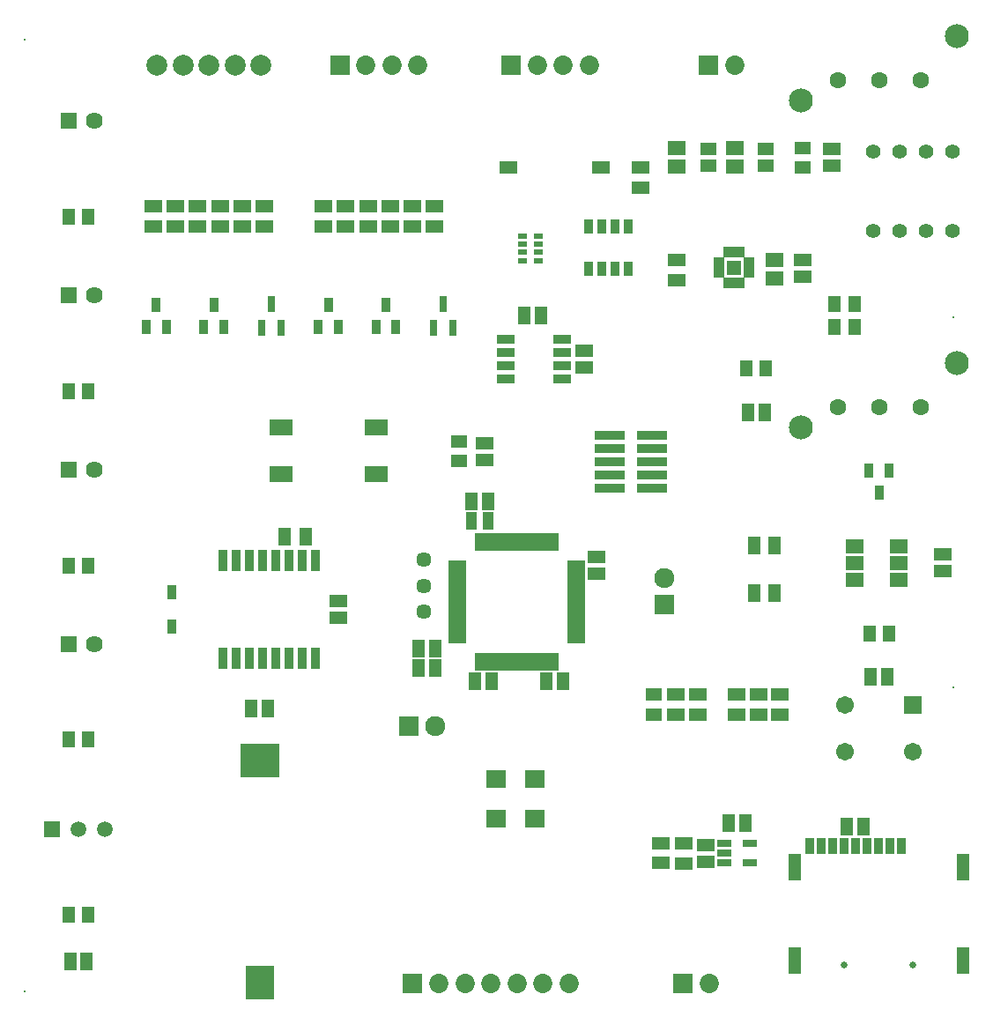
<source format=gts>
G04 Layer_Color=8388736*
%FSLAX25Y25*%
%MOIN*%
G70*
G01*
G75*
%ADD65R,0.06509X0.05328*%
%ADD66R,0.04816X0.06587*%
%ADD67R,0.06587X0.04816*%
%ADD68R,0.04400X0.06500*%
%ADD69R,0.07099X0.05800*%
%ADD70R,0.05524X0.02900*%
%ADD71R,0.01981X0.04147*%
%ADD72R,0.04147X0.01981*%
%ADD73R,0.05721X0.05721*%
%ADD74R,0.06804X0.03359*%
%ADD75R,0.03359X0.08379*%
%ADD76R,0.01981X0.06607*%
%ADD77R,0.06607X0.01981*%
%ADD78R,0.03241X0.06312*%
%ADD79R,0.05131X0.10249*%
%ADD80R,0.11784X0.03713*%
%ADD81R,0.06391X0.04934*%
%ADD82R,0.07690X0.06706*%
%ADD83R,0.03359X0.05524*%
%ADD84R,0.04934X0.06312*%
%ADD85R,0.06509X0.04540*%
%ADD86R,0.06509X0.04737*%
%ADD87R,0.04540X0.06509*%
%ADD88R,0.06312X0.04934*%
%ADD89R,0.06706X0.05131*%
%ADD90R,0.03792X0.05800*%
%ADD91R,0.09068X0.06312*%
%ADD92R,0.03162X0.06312*%
%ADD93R,0.03753X0.05721*%
%ADD94R,0.14973X0.12611*%
%ADD95R,0.11036X0.12611*%
%ADD96R,0.03556X0.02473*%
%ADD97C,0.09068*%
%ADD98C,0.06312*%
%ADD99C,0.00800*%
%ADD100R,0.06706X0.06706*%
%ADD101C,0.06706*%
%ADD102C,0.05591*%
%ADD103R,0.07296X0.07296*%
%ADD104C,0.07296*%
%ADD105C,0.07887*%
%ADD106C,0.02670*%
%ADD107R,0.07591X0.07591*%
%ADD108C,0.07591*%
%ADD109R,0.07591X0.07591*%
%ADD110R,0.06375X0.06375*%
%ADD111C,0.06375*%
%ADD112C,0.05918*%
%ADD113R,0.05918X0.05918*%
%ADD114C,0.05725*%
D65*
X293800Y279666D02*
D03*
Y286753D02*
D03*
X256700Y321857D02*
D03*
Y328943D02*
D03*
X278626D02*
D03*
Y321857D02*
D03*
D66*
X283550Y228900D02*
D03*
X289850D02*
D03*
X205350Y265800D02*
D03*
X199050D02*
D03*
X282550Y73700D02*
D03*
X276250D02*
D03*
X330102Y129000D02*
D03*
X336402D02*
D03*
X27151Y21500D02*
D03*
X33450D02*
D03*
X321015Y72400D02*
D03*
X327314D02*
D03*
X180450Y127200D02*
D03*
X186750D02*
D03*
X207350D02*
D03*
X213650D02*
D03*
X185250Y195500D02*
D03*
X178950D02*
D03*
X165350Y139600D02*
D03*
X159050D02*
D03*
Y132200D02*
D03*
X165350D02*
D03*
X102050Y116900D02*
D03*
X95750D02*
D03*
D67*
X304300Y280454D02*
D03*
Y286753D02*
D03*
X221800Y252450D02*
D03*
Y246150D02*
D03*
X267500Y59050D02*
D03*
Y65350D02*
D03*
X357200Y175250D02*
D03*
Y168951D02*
D03*
X315400Y322250D02*
D03*
Y328550D02*
D03*
X128600Y151450D02*
D03*
Y157750D02*
D03*
X226300Y167950D02*
D03*
Y174250D02*
D03*
X184100Y211150D02*
D03*
Y217450D02*
D03*
D68*
X178900Y188000D02*
D03*
X185300D02*
D03*
D69*
X340535Y165802D02*
D03*
Y172101D02*
D03*
Y178400D02*
D03*
X324000Y165802D02*
D03*
Y172101D02*
D03*
Y178400D02*
D03*
D70*
X274579Y66040D02*
D03*
Y62300D02*
D03*
Y58560D02*
D03*
X284421D02*
D03*
Y66040D02*
D03*
D71*
X275247Y278091D02*
D03*
X277216D02*
D03*
X279184D02*
D03*
X281153D02*
D03*
Y289509D02*
D03*
X279184D02*
D03*
X277216D02*
D03*
X275247D02*
D03*
D72*
X283909Y280847D02*
D03*
Y282816D02*
D03*
Y284784D02*
D03*
Y286753D02*
D03*
X272491D02*
D03*
Y284784D02*
D03*
Y282816D02*
D03*
Y280847D02*
D03*
D73*
X278200Y283800D02*
D03*
D74*
X213177Y256800D02*
D03*
Y251800D02*
D03*
Y246800D02*
D03*
Y241800D02*
D03*
X191823D02*
D03*
Y246800D02*
D03*
Y251800D02*
D03*
Y256800D02*
D03*
D75*
X119900Y173151D02*
D03*
X114900D02*
D03*
X109900D02*
D03*
X104900D02*
D03*
X99900D02*
D03*
X94900D02*
D03*
X89900D02*
D03*
X84900D02*
D03*
Y136049D02*
D03*
X89900D02*
D03*
X94900D02*
D03*
X99900D02*
D03*
X104900D02*
D03*
X109900D02*
D03*
X114900D02*
D03*
X119900D02*
D03*
D76*
X181336Y179991D02*
D03*
X183305D02*
D03*
X185273D02*
D03*
X187242D02*
D03*
X189210D02*
D03*
X191179D02*
D03*
X193147D02*
D03*
X195116D02*
D03*
X197084D02*
D03*
X199053D02*
D03*
X201021D02*
D03*
X202990D02*
D03*
X204958D02*
D03*
X206927D02*
D03*
X208895D02*
D03*
X210864D02*
D03*
Y134809D02*
D03*
X208895D02*
D03*
X206927D02*
D03*
X204958D02*
D03*
X202990D02*
D03*
X201021D02*
D03*
X199053D02*
D03*
X197084D02*
D03*
X195116D02*
D03*
X193147D02*
D03*
X191179D02*
D03*
X189210D02*
D03*
X187242D02*
D03*
X185273D02*
D03*
X183305D02*
D03*
X181336D02*
D03*
D77*
X218690Y172164D02*
D03*
Y170195D02*
D03*
Y168227D02*
D03*
Y166258D02*
D03*
Y164290D02*
D03*
Y162321D02*
D03*
Y160353D02*
D03*
Y158384D02*
D03*
Y156416D02*
D03*
Y154447D02*
D03*
Y152479D02*
D03*
Y150510D02*
D03*
Y148542D02*
D03*
Y146573D02*
D03*
Y144605D02*
D03*
Y142636D02*
D03*
X173509D02*
D03*
Y144605D02*
D03*
Y146573D02*
D03*
Y148542D02*
D03*
Y150510D02*
D03*
Y152479D02*
D03*
Y154447D02*
D03*
Y156416D02*
D03*
Y158384D02*
D03*
Y160353D02*
D03*
Y162321D02*
D03*
Y164290D02*
D03*
Y166258D02*
D03*
Y168227D02*
D03*
Y170195D02*
D03*
Y172164D02*
D03*
D78*
X341487Y64913D02*
D03*
X337157D02*
D03*
X332826D02*
D03*
X328495D02*
D03*
X324165D02*
D03*
X319834D02*
D03*
X315503D02*
D03*
X311172D02*
D03*
X306842D02*
D03*
D79*
X301409Y57039D02*
D03*
Y21606D02*
D03*
X364991D02*
D03*
Y57039D02*
D03*
D80*
X247400Y200400D02*
D03*
X231376D02*
D03*
X247400Y205400D02*
D03*
X231376D02*
D03*
X247400Y210400D02*
D03*
X231376D02*
D03*
X247400Y215400D02*
D03*
X231376D02*
D03*
X247400Y220400D02*
D03*
X231376D02*
D03*
D81*
X268784Y328510D02*
D03*
Y322290D02*
D03*
X290300Y328510D02*
D03*
Y322290D02*
D03*
D82*
X188318Y75500D02*
D03*
X203082D02*
D03*
X188318Y90400D02*
D03*
X203082D02*
D03*
D83*
X337032Y206934D02*
D03*
X329472D02*
D03*
X333252Y198666D02*
D03*
X56032Y261466D02*
D03*
X63591D02*
D03*
X59812Y269734D02*
D03*
X77734Y261466D02*
D03*
X85293D02*
D03*
X81514Y269734D02*
D03*
X121137Y261466D02*
D03*
X128696D02*
D03*
X124917Y269734D02*
D03*
X142839Y261466D02*
D03*
X150398D02*
D03*
X146619Y269734D02*
D03*
D84*
X282960Y245800D02*
D03*
X290440D02*
D03*
X316460Y261300D02*
D03*
X323940D02*
D03*
Y269900D02*
D03*
X316460D02*
D03*
X329512Y145500D02*
D03*
X336992D02*
D03*
X26561Y39000D02*
D03*
X34041D02*
D03*
Y303000D02*
D03*
X26561D02*
D03*
X34041Y237067D02*
D03*
X26561D02*
D03*
X34041Y171133D02*
D03*
X26561D02*
D03*
X34041Y105200D02*
D03*
X26561D02*
D03*
D85*
X256700Y278879D02*
D03*
Y286753D02*
D03*
X164900Y307137D02*
D03*
Y299263D02*
D03*
X156540Y307137D02*
D03*
Y299263D02*
D03*
X148180D02*
D03*
Y307137D02*
D03*
X139820Y299263D02*
D03*
Y307137D02*
D03*
X131460Y299263D02*
D03*
Y307137D02*
D03*
X123100Y299263D02*
D03*
Y307137D02*
D03*
X100800D02*
D03*
Y299263D02*
D03*
X92340Y307137D02*
D03*
Y299263D02*
D03*
X83880D02*
D03*
Y307137D02*
D03*
X75420Y299263D02*
D03*
Y307137D02*
D03*
X66960Y299263D02*
D03*
Y307137D02*
D03*
X58500Y299263D02*
D03*
Y307137D02*
D03*
X295800Y122437D02*
D03*
Y114563D02*
D03*
X287519Y122437D02*
D03*
Y114563D02*
D03*
X279239Y122437D02*
D03*
Y114563D02*
D03*
X264658Y122437D02*
D03*
Y114563D02*
D03*
X256378Y122437D02*
D03*
Y114563D02*
D03*
D86*
X242900Y321540D02*
D03*
Y314060D02*
D03*
X259282Y65940D02*
D03*
Y58460D02*
D03*
X250700Y58660D02*
D03*
Y66140D02*
D03*
D87*
X293737Y160600D02*
D03*
X285863D02*
D03*
Y178800D02*
D03*
X293737D02*
D03*
X108463Y182100D02*
D03*
X116337D02*
D03*
D88*
X304200Y321660D02*
D03*
Y329140D02*
D03*
X247900Y122240D02*
D03*
Y114760D02*
D03*
X174400Y210560D02*
D03*
Y218040D02*
D03*
D89*
X193008Y321700D02*
D03*
X228047D02*
D03*
D90*
X238400Y299471D02*
D03*
X233400D02*
D03*
X228400D02*
D03*
X223400D02*
D03*
Y283329D02*
D03*
X228400D02*
D03*
X233400D02*
D03*
X238400D02*
D03*
D91*
X107087Y223358D02*
D03*
X142913D02*
D03*
X107087Y205642D02*
D03*
X142913D02*
D03*
D92*
X99554Y261072D02*
D03*
X107034D02*
D03*
X103294Y270128D02*
D03*
X164659Y261072D02*
D03*
X172139D02*
D03*
X168399Y270128D02*
D03*
D93*
X65500Y161096D02*
D03*
Y148104D02*
D03*
D94*
X98900Y97452D02*
D03*
D95*
Y13200D02*
D03*
D96*
X204253Y295824D02*
D03*
Y292675D02*
D03*
Y289525D02*
D03*
Y286376D02*
D03*
X198347D02*
D03*
Y289525D02*
D03*
Y292675D02*
D03*
Y295824D02*
D03*
D97*
X362779Y247692D02*
D03*
X303724Y223282D02*
D03*
Y346926D02*
D03*
X362779Y371335D02*
D03*
D98*
X317504Y231156D02*
D03*
X333252D02*
D03*
X349000D02*
D03*
Y354800D02*
D03*
X333252D02*
D03*
X317504D02*
D03*
D99*
X10000Y10000D02*
D03*
Y369841D02*
D03*
X361281Y265000D02*
D03*
Y125000D02*
D03*
D100*
X346047Y118300D02*
D03*
D101*
X320457D02*
D03*
X346047Y100584D02*
D03*
X320457D02*
D03*
D102*
X330897Y297575D02*
D03*
X340897D02*
D03*
X350897D02*
D03*
X360897D02*
D03*
X330897Y327575D02*
D03*
X340897D02*
D03*
X350897D02*
D03*
X360897D02*
D03*
D103*
X268784Y360312D02*
D03*
X194091Y360261D02*
D03*
X259000Y13100D02*
D03*
X156800D02*
D03*
X129240Y360261D02*
D03*
D104*
X278626Y360312D02*
D03*
X223618Y360261D02*
D03*
X213776D02*
D03*
X203933D02*
D03*
X268843Y13100D02*
D03*
X215855D02*
D03*
X206013D02*
D03*
X196170D02*
D03*
X186328D02*
D03*
X176485D02*
D03*
X166642D02*
D03*
X158768Y360261D02*
D03*
X148925D02*
D03*
X139083D02*
D03*
D105*
X99370Y360262D02*
D03*
X89528D02*
D03*
X79685D02*
D03*
X69842D02*
D03*
X60000D02*
D03*
D106*
X319834Y19953D02*
D03*
X345818D02*
D03*
D107*
X252100Y156200D02*
D03*
D108*
Y166200D02*
D03*
X165300Y110400D02*
D03*
D109*
X155300D02*
D03*
D110*
X26561Y339290D02*
D03*
Y273345D02*
D03*
Y207400D02*
D03*
Y141455D02*
D03*
D111*
X36403Y339290D02*
D03*
Y273345D02*
D03*
Y207400D02*
D03*
Y141455D02*
D03*
D112*
X40401Y71460D02*
D03*
X30401D02*
D03*
D113*
X20401D02*
D03*
D114*
X160900Y153657D02*
D03*
Y163500D02*
D03*
Y173343D02*
D03*
M02*

</source>
